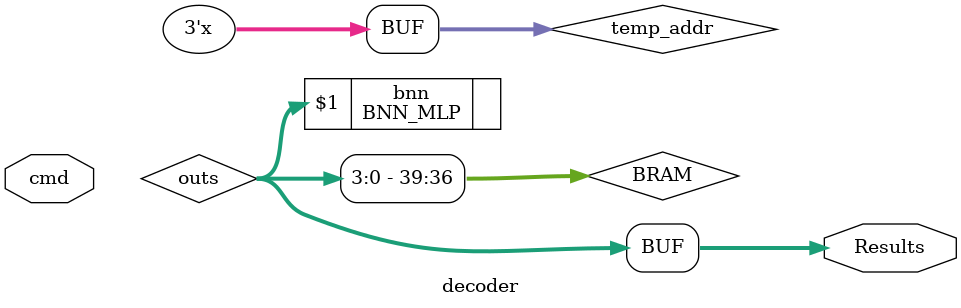
<source format=sv>


module decoder(
    input logic[7:0] cmd,
    output logic[3:0] Results
    );
    
    logic [39:0] BRAM = 40'b0;
    logic [3:0] outs;
    logic [2:0] temp_addr = 0;

    
    
    always @(cmd) begin
        
        case(temp_addr) 
            32'd0: BRAM[3:0]   <= cmd[3:0];
            32'd1: BRAM[11:4]  <= cmd;
            32'd2: BRAM[19:12] <= cmd;
            32'd3: BRAM[27:20] <= cmd;
            32'd4: BRAM[35:28] <= cmd;
            default: temp_addr <= 0;
            endcase
        $display("ITER %d: %b",temp_addr, cmd);
        temp_addr <= temp_addr + 1;
        
        
        $display("BRAM: %b", BRAM);
    end
    
    always @(outs) begin
        BRAM[39:36] = outs; 
        Results = {4'b0, BRAM[39:36]}; 
    end

    BNN_MLP bnn(outs);
    BNN_INPUT inputs(BRAM[3:0]);
    BNN_WEIGHTS weights(BRAM[19:4]);
    BNN_BIAS bias(BRAM[35:20]);

    
endmodule
</source>
